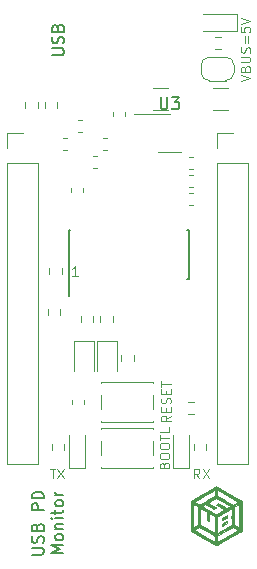
<source format=gbr>
G04 #@! TF.GenerationSoftware,KiCad,Pcbnew,5.1.10-1.fc33*
G04 #@! TF.CreationDate,2021-06-16T23:56:17+02:00*
G04 #@! TF.ProjectId,CH552-USB-Devboard-PCBA,43483535-322d-4555-9342-2d446576626f,rev?*
G04 #@! TF.SameCoordinates,Original*
G04 #@! TF.FileFunction,Legend,Top*
G04 #@! TF.FilePolarity,Positive*
%FSLAX46Y46*%
G04 Gerber Fmt 4.6, Leading zero omitted, Abs format (unit mm)*
G04 Created by KiCad (PCBNEW 5.1.10-1.fc33) date 2021-06-16 23:56:17*
%MOMM*%
%LPD*%
G01*
G04 APERTURE LIST*
%ADD10C,0.100000*%
%ADD11C,0.150000*%
%ADD12C,0.120000*%
%ADD13C,0.010000*%
G04 APERTURE END LIST*
D10*
X80873571Y-84435904D02*
X80416428Y-84435904D01*
X80645000Y-84435904D02*
X80645000Y-83635904D01*
X80568809Y-83750190D01*
X80492619Y-83826380D01*
X80416428Y-83864476D01*
D11*
X76986380Y-108052857D02*
X77795904Y-108052857D01*
X77891142Y-108005238D01*
X77938761Y-107957619D01*
X77986380Y-107862380D01*
X77986380Y-107671904D01*
X77938761Y-107576666D01*
X77891142Y-107529047D01*
X77795904Y-107481428D01*
X76986380Y-107481428D01*
X77938761Y-107052857D02*
X77986380Y-106910000D01*
X77986380Y-106671904D01*
X77938761Y-106576666D01*
X77891142Y-106529047D01*
X77795904Y-106481428D01*
X77700666Y-106481428D01*
X77605428Y-106529047D01*
X77557809Y-106576666D01*
X77510190Y-106671904D01*
X77462571Y-106862380D01*
X77414952Y-106957619D01*
X77367333Y-107005238D01*
X77272095Y-107052857D01*
X77176857Y-107052857D01*
X77081619Y-107005238D01*
X77034000Y-106957619D01*
X76986380Y-106862380D01*
X76986380Y-106624285D01*
X77034000Y-106481428D01*
X77462571Y-105719523D02*
X77510190Y-105576666D01*
X77557809Y-105529047D01*
X77653047Y-105481428D01*
X77795904Y-105481428D01*
X77891142Y-105529047D01*
X77938761Y-105576666D01*
X77986380Y-105671904D01*
X77986380Y-106052857D01*
X76986380Y-106052857D01*
X76986380Y-105719523D01*
X77034000Y-105624285D01*
X77081619Y-105576666D01*
X77176857Y-105529047D01*
X77272095Y-105529047D01*
X77367333Y-105576666D01*
X77414952Y-105624285D01*
X77462571Y-105719523D01*
X77462571Y-106052857D01*
X77986380Y-104290952D02*
X76986380Y-104290952D01*
X76986380Y-103910000D01*
X77034000Y-103814761D01*
X77081619Y-103767142D01*
X77176857Y-103719523D01*
X77319714Y-103719523D01*
X77414952Y-103767142D01*
X77462571Y-103814761D01*
X77510190Y-103910000D01*
X77510190Y-104290952D01*
X77986380Y-103290952D02*
X76986380Y-103290952D01*
X76986380Y-103052857D01*
X77034000Y-102910000D01*
X77129238Y-102814761D01*
X77224476Y-102767142D01*
X77414952Y-102719523D01*
X77557809Y-102719523D01*
X77748285Y-102767142D01*
X77843523Y-102814761D01*
X77938761Y-102910000D01*
X77986380Y-103052857D01*
X77986380Y-103290952D01*
X79636380Y-107933809D02*
X78636380Y-107933809D01*
X79350666Y-107600476D01*
X78636380Y-107267142D01*
X79636380Y-107267142D01*
X79636380Y-106648095D02*
X79588761Y-106743333D01*
X79541142Y-106790952D01*
X79445904Y-106838571D01*
X79160190Y-106838571D01*
X79064952Y-106790952D01*
X79017333Y-106743333D01*
X78969714Y-106648095D01*
X78969714Y-106505238D01*
X79017333Y-106410000D01*
X79064952Y-106362380D01*
X79160190Y-106314761D01*
X79445904Y-106314761D01*
X79541142Y-106362380D01*
X79588761Y-106410000D01*
X79636380Y-106505238D01*
X79636380Y-106648095D01*
X78969714Y-105886190D02*
X79636380Y-105886190D01*
X79064952Y-105886190D02*
X79017333Y-105838571D01*
X78969714Y-105743333D01*
X78969714Y-105600476D01*
X79017333Y-105505238D01*
X79112571Y-105457619D01*
X79636380Y-105457619D01*
X79636380Y-104981428D02*
X78969714Y-104981428D01*
X78636380Y-104981428D02*
X78684000Y-105029047D01*
X78731619Y-104981428D01*
X78684000Y-104933809D01*
X78636380Y-104981428D01*
X78731619Y-104981428D01*
X78969714Y-104648095D02*
X78969714Y-104267142D01*
X78636380Y-104505238D02*
X79493523Y-104505238D01*
X79588761Y-104457619D01*
X79636380Y-104362380D01*
X79636380Y-104267142D01*
X79636380Y-103790952D02*
X79588761Y-103886190D01*
X79541142Y-103933809D01*
X79445904Y-103981428D01*
X79160190Y-103981428D01*
X79064952Y-103933809D01*
X79017333Y-103886190D01*
X78969714Y-103790952D01*
X78969714Y-103648095D01*
X79017333Y-103552857D01*
X79064952Y-103505238D01*
X79160190Y-103457619D01*
X79445904Y-103457619D01*
X79541142Y-103505238D01*
X79588761Y-103552857D01*
X79636380Y-103648095D01*
X79636380Y-103790952D01*
X79636380Y-103029047D02*
X78969714Y-103029047D01*
X79160190Y-103029047D02*
X79064952Y-102981428D01*
X79017333Y-102933809D01*
X78969714Y-102838571D01*
X78969714Y-102743333D01*
X78700380Y-65777904D02*
X79509904Y-65777904D01*
X79605142Y-65730285D01*
X79652761Y-65682666D01*
X79700380Y-65587428D01*
X79700380Y-65396952D01*
X79652761Y-65301714D01*
X79605142Y-65254095D01*
X79509904Y-65206476D01*
X78700380Y-65206476D01*
X79652761Y-64777904D02*
X79700380Y-64635047D01*
X79700380Y-64396952D01*
X79652761Y-64301714D01*
X79605142Y-64254095D01*
X79509904Y-64206476D01*
X79414666Y-64206476D01*
X79319428Y-64254095D01*
X79271809Y-64301714D01*
X79224190Y-64396952D01*
X79176571Y-64587428D01*
X79128952Y-64682666D01*
X79081333Y-64730285D01*
X78986095Y-64777904D01*
X78890857Y-64777904D01*
X78795619Y-64730285D01*
X78748000Y-64682666D01*
X78700380Y-64587428D01*
X78700380Y-64349333D01*
X78748000Y-64206476D01*
X79176571Y-63444571D02*
X79224190Y-63301714D01*
X79271809Y-63254095D01*
X79367047Y-63206476D01*
X79509904Y-63206476D01*
X79605142Y-63254095D01*
X79652761Y-63301714D01*
X79700380Y-63396952D01*
X79700380Y-63777904D01*
X78700380Y-63777904D01*
X78700380Y-63444571D01*
X78748000Y-63349333D01*
X78795619Y-63301714D01*
X78890857Y-63254095D01*
X78986095Y-63254095D01*
X79081333Y-63301714D01*
X79128952Y-63349333D01*
X79176571Y-63444571D01*
X79176571Y-63777904D01*
D12*
X94684904Y-67963714D02*
X95484904Y-67697047D01*
X94684904Y-67430380D01*
X95065857Y-66897047D02*
X95103952Y-66782761D01*
X95142047Y-66744666D01*
X95218238Y-66706571D01*
X95332523Y-66706571D01*
X95408714Y-66744666D01*
X95446809Y-66782761D01*
X95484904Y-66858952D01*
X95484904Y-67163714D01*
X94684904Y-67163714D01*
X94684904Y-66897047D01*
X94723000Y-66820857D01*
X94761095Y-66782761D01*
X94837285Y-66744666D01*
X94913476Y-66744666D01*
X94989666Y-66782761D01*
X95027761Y-66820857D01*
X95065857Y-66897047D01*
X95065857Y-67163714D01*
X94684904Y-66363714D02*
X95332523Y-66363714D01*
X95408714Y-66325619D01*
X95446809Y-66287523D01*
X95484904Y-66211333D01*
X95484904Y-66058952D01*
X95446809Y-65982761D01*
X95408714Y-65944666D01*
X95332523Y-65906571D01*
X94684904Y-65906571D01*
X95446809Y-65563714D02*
X95484904Y-65449428D01*
X95484904Y-65258952D01*
X95446809Y-65182761D01*
X95408714Y-65144666D01*
X95332523Y-65106571D01*
X95256333Y-65106571D01*
X95180142Y-65144666D01*
X95142047Y-65182761D01*
X95103952Y-65258952D01*
X95065857Y-65411333D01*
X95027761Y-65487523D01*
X94989666Y-65525619D01*
X94913476Y-65563714D01*
X94837285Y-65563714D01*
X94761095Y-65525619D01*
X94723000Y-65487523D01*
X94684904Y-65411333D01*
X94684904Y-65220857D01*
X94723000Y-65106571D01*
X95065857Y-64763714D02*
X95065857Y-64154190D01*
X95294428Y-64154190D02*
X95294428Y-64763714D01*
X94684904Y-63392285D02*
X94684904Y-63773238D01*
X95065857Y-63811333D01*
X95027761Y-63773238D01*
X94989666Y-63697047D01*
X94989666Y-63506571D01*
X95027761Y-63430380D01*
X95065857Y-63392285D01*
X95142047Y-63354190D01*
X95332523Y-63354190D01*
X95408714Y-63392285D01*
X95446809Y-63430380D01*
X95484904Y-63506571D01*
X95484904Y-63697047D01*
X95446809Y-63773238D01*
X95408714Y-63811333D01*
X94684904Y-63125619D02*
X95484904Y-62858952D01*
X94684904Y-62592285D01*
X88753904Y-96284904D02*
X88372952Y-96551571D01*
X88753904Y-96742047D02*
X87953904Y-96742047D01*
X87953904Y-96437285D01*
X87992000Y-96361095D01*
X88030095Y-96323000D01*
X88106285Y-96284904D01*
X88220571Y-96284904D01*
X88296761Y-96323000D01*
X88334857Y-96361095D01*
X88372952Y-96437285D01*
X88372952Y-96742047D01*
X88334857Y-95942047D02*
X88334857Y-95675380D01*
X88753904Y-95561095D02*
X88753904Y-95942047D01*
X87953904Y-95942047D01*
X87953904Y-95561095D01*
X88715809Y-95256333D02*
X88753904Y-95142047D01*
X88753904Y-94951571D01*
X88715809Y-94875380D01*
X88677714Y-94837285D01*
X88601523Y-94799190D01*
X88525333Y-94799190D01*
X88449142Y-94837285D01*
X88411047Y-94875380D01*
X88372952Y-94951571D01*
X88334857Y-95103952D01*
X88296761Y-95180142D01*
X88258666Y-95218238D01*
X88182476Y-95256333D01*
X88106285Y-95256333D01*
X88030095Y-95218238D01*
X87992000Y-95180142D01*
X87953904Y-95103952D01*
X87953904Y-94913476D01*
X87992000Y-94799190D01*
X88334857Y-94456333D02*
X88334857Y-94189666D01*
X88753904Y-94075380D02*
X88753904Y-94456333D01*
X87953904Y-94456333D01*
X87953904Y-94075380D01*
X87953904Y-93846809D02*
X87953904Y-93389666D01*
X88753904Y-93618238D02*
X87953904Y-93618238D01*
X88207857Y-100469523D02*
X88245952Y-100355238D01*
X88284047Y-100317142D01*
X88360238Y-100279047D01*
X88474523Y-100279047D01*
X88550714Y-100317142D01*
X88588809Y-100355238D01*
X88626904Y-100431428D01*
X88626904Y-100736190D01*
X87826904Y-100736190D01*
X87826904Y-100469523D01*
X87865000Y-100393333D01*
X87903095Y-100355238D01*
X87979285Y-100317142D01*
X88055476Y-100317142D01*
X88131666Y-100355238D01*
X88169761Y-100393333D01*
X88207857Y-100469523D01*
X88207857Y-100736190D01*
X87826904Y-99783809D02*
X87826904Y-99631428D01*
X87865000Y-99555238D01*
X87941190Y-99479047D01*
X88093571Y-99440952D01*
X88360238Y-99440952D01*
X88512619Y-99479047D01*
X88588809Y-99555238D01*
X88626904Y-99631428D01*
X88626904Y-99783809D01*
X88588809Y-99860000D01*
X88512619Y-99936190D01*
X88360238Y-99974285D01*
X88093571Y-99974285D01*
X87941190Y-99936190D01*
X87865000Y-99860000D01*
X87826904Y-99783809D01*
X87826904Y-98945714D02*
X87826904Y-98793333D01*
X87865000Y-98717142D01*
X87941190Y-98640952D01*
X88093571Y-98602857D01*
X88360238Y-98602857D01*
X88512619Y-98640952D01*
X88588809Y-98717142D01*
X88626904Y-98793333D01*
X88626904Y-98945714D01*
X88588809Y-99021904D01*
X88512619Y-99098095D01*
X88360238Y-99136190D01*
X88093571Y-99136190D01*
X87941190Y-99098095D01*
X87865000Y-99021904D01*
X87826904Y-98945714D01*
X87826904Y-98374285D02*
X87826904Y-97917142D01*
X88626904Y-98145714D02*
X87826904Y-98145714D01*
X88626904Y-97269523D02*
X88626904Y-97650476D01*
X87826904Y-97650476D01*
X91179666Y-101580904D02*
X90913000Y-101199952D01*
X90722523Y-101580904D02*
X90722523Y-100780904D01*
X91027285Y-100780904D01*
X91103476Y-100819000D01*
X91141571Y-100857095D01*
X91179666Y-100933285D01*
X91179666Y-101047571D01*
X91141571Y-101123761D01*
X91103476Y-101161857D01*
X91027285Y-101199952D01*
X90722523Y-101199952D01*
X91446333Y-100780904D02*
X91979666Y-101580904D01*
X91979666Y-100780904D02*
X91446333Y-101580904D01*
X78511476Y-100780904D02*
X78968619Y-100780904D01*
X78740047Y-101580904D02*
X78740047Y-100780904D01*
X79159095Y-100780904D02*
X79692428Y-101580904D01*
X79692428Y-100780904D02*
X79159095Y-101580904D01*
X79135500Y-70231724D02*
X79135500Y-69722276D01*
X78090500Y-70231724D02*
X78090500Y-69722276D01*
X88646000Y-70770000D02*
X85646000Y-70770000D01*
X89646000Y-74010000D02*
X87646000Y-74010000D01*
X90252733Y-74420000D02*
X90595267Y-74420000D01*
X90252733Y-75440000D02*
X90595267Y-75440000D01*
X90595267Y-76964000D02*
X90252733Y-76964000D01*
X90595267Y-75944000D02*
X90252733Y-75944000D01*
X91310000Y-67229000D02*
X91310000Y-66629000D01*
X93410000Y-67929000D02*
X92010000Y-67929000D01*
X94110000Y-66629000D02*
X94110000Y-67229000D01*
X92010000Y-65929000D02*
X93410000Y-65929000D01*
X91310000Y-66629000D02*
G75*
G02*
X92010000Y-65929000I700000J0D01*
G01*
X92010000Y-67929000D02*
G75*
G02*
X91310000Y-67229000I0J700000D01*
G01*
X94110000Y-67229000D02*
G75*
G02*
X93410000Y-67929000I-700000J0D01*
G01*
X93410000Y-65929000D02*
G75*
G02*
X94110000Y-66629000I0J-700000D01*
G01*
X84162000Y-89940000D02*
X82462000Y-89940000D01*
X82462000Y-89940000D02*
X82462000Y-92490000D01*
X84162000Y-89940000D02*
X84162000Y-92490000D01*
X82257000Y-89940000D02*
X80557000Y-89940000D01*
X80557000Y-89940000D02*
X80557000Y-92490000D01*
X82257000Y-89940000D02*
X82257000Y-92490000D01*
X83013733Y-72769000D02*
X83356267Y-72769000D01*
X83013733Y-73789000D02*
X83356267Y-73789000D01*
X83818000Y-70910267D02*
X83818000Y-70567733D01*
X84838000Y-70910267D02*
X84838000Y-70567733D01*
X90252733Y-77468000D02*
X90595267Y-77468000D01*
X90252733Y-78488000D02*
X90595267Y-78488000D01*
X88486064Y-70379000D02*
X87281936Y-70379000D01*
X88486064Y-68559000D02*
X87281936Y-68559000D01*
X93566064Y-70379000D02*
X92361936Y-70379000D01*
X93566064Y-68559000D02*
X92361936Y-68559000D01*
D13*
G36*
X93492171Y-104746625D02*
G01*
X93492497Y-104756134D01*
X93492773Y-104770858D01*
X93492985Y-104789877D01*
X93493121Y-104812269D01*
X93493167Y-104836145D01*
X93493167Y-104929039D01*
X93298257Y-105041433D01*
X93264084Y-105061145D01*
X93231570Y-105079914D01*
X93201256Y-105097426D01*
X93173683Y-105113369D01*
X93149391Y-105127428D01*
X93128921Y-105139292D01*
X93112815Y-105148646D01*
X93101613Y-105155178D01*
X93095857Y-105158575D01*
X93095352Y-105158885D01*
X93087356Y-105163944D01*
X93089236Y-104975022D01*
X93289843Y-104859136D01*
X93324274Y-104839258D01*
X93356877Y-104820458D01*
X93387145Y-104803026D01*
X93414568Y-104787256D01*
X93438638Y-104773439D01*
X93458845Y-104761867D01*
X93474681Y-104752833D01*
X93485636Y-104746628D01*
X93491202Y-104743544D01*
X93491809Y-104743250D01*
X93492171Y-104746625D01*
G37*
X93492171Y-104746625D02*
X93492497Y-104756134D01*
X93492773Y-104770858D01*
X93492985Y-104789877D01*
X93493121Y-104812269D01*
X93493167Y-104836145D01*
X93493167Y-104929039D01*
X93298257Y-105041433D01*
X93264084Y-105061145D01*
X93231570Y-105079914D01*
X93201256Y-105097426D01*
X93173683Y-105113369D01*
X93149391Y-105127428D01*
X93128921Y-105139292D01*
X93112815Y-105148646D01*
X93101613Y-105155178D01*
X93095857Y-105158575D01*
X93095352Y-105158885D01*
X93087356Y-105163944D01*
X93089236Y-104975022D01*
X93289843Y-104859136D01*
X93324274Y-104839258D01*
X93356877Y-104820458D01*
X93387145Y-104803026D01*
X93414568Y-104787256D01*
X93438638Y-104773439D01*
X93458845Y-104761867D01*
X93474681Y-104752833D01*
X93485636Y-104746628D01*
X93491202Y-104743544D01*
X93491809Y-104743250D01*
X93492171Y-104746625D01*
G36*
X93492343Y-105306058D02*
G01*
X93491403Y-105400559D01*
X93290940Y-105516404D01*
X93256520Y-105536283D01*
X93223923Y-105555083D01*
X93193658Y-105572514D01*
X93166235Y-105588282D01*
X93142164Y-105602096D01*
X93121953Y-105613663D01*
X93106113Y-105622691D01*
X93095153Y-105628888D01*
X93089582Y-105631961D01*
X93088975Y-105632250D01*
X93088574Y-105628876D01*
X93088214Y-105619367D01*
X93087908Y-105604645D01*
X93087673Y-105585629D01*
X93087523Y-105563243D01*
X93087473Y-105539467D01*
X93087473Y-105446683D01*
X93282382Y-105334204D01*
X93316552Y-105314478D01*
X93349063Y-105295695D01*
X93379375Y-105278169D01*
X93406947Y-105262214D01*
X93431239Y-105248141D01*
X93451708Y-105236266D01*
X93467816Y-105226900D01*
X93479020Y-105220358D01*
X93484781Y-105216953D01*
X93485288Y-105216641D01*
X93493284Y-105211557D01*
X93492343Y-105306058D01*
G37*
X93492343Y-105306058D02*
X93491403Y-105400559D01*
X93290940Y-105516404D01*
X93256520Y-105536283D01*
X93223923Y-105555083D01*
X93193658Y-105572514D01*
X93166235Y-105588282D01*
X93142164Y-105602096D01*
X93121953Y-105613663D01*
X93106113Y-105622691D01*
X93095153Y-105628888D01*
X93089582Y-105631961D01*
X93088975Y-105632250D01*
X93088574Y-105628876D01*
X93088214Y-105619367D01*
X93087908Y-105604645D01*
X93087673Y-105585629D01*
X93087523Y-105563243D01*
X93087473Y-105539467D01*
X93087473Y-105446683D01*
X93282382Y-105334204D01*
X93316552Y-105314478D01*
X93349063Y-105295695D01*
X93379375Y-105278169D01*
X93406947Y-105262214D01*
X93431239Y-105248141D01*
X93451708Y-105236266D01*
X93467816Y-105226900D01*
X93479020Y-105220358D01*
X93484781Y-105216953D01*
X93485288Y-105216641D01*
X93493284Y-105211557D01*
X93492343Y-105306058D01*
G36*
X92588549Y-102281424D02*
G01*
X92597765Y-102286529D01*
X92612510Y-102294834D01*
X92632497Y-102306174D01*
X92657436Y-102320383D01*
X92687039Y-102337296D01*
X92721017Y-102356746D01*
X92759080Y-102378568D01*
X92800941Y-102402596D01*
X92846310Y-102428664D01*
X92894898Y-102456607D01*
X92946417Y-102486259D01*
X93000577Y-102517453D01*
X93057091Y-102550025D01*
X93115668Y-102583809D01*
X93176020Y-102618638D01*
X93211338Y-102639029D01*
X93319705Y-102701610D01*
X93422179Y-102760786D01*
X93518974Y-102816683D01*
X93610306Y-102869425D01*
X93696391Y-102919136D01*
X93777445Y-102965942D01*
X93853682Y-103009966D01*
X93925318Y-103051333D01*
X93992570Y-103090167D01*
X94055653Y-103126594D01*
X94114783Y-103160737D01*
X94170174Y-103192722D01*
X94222044Y-103222672D01*
X94270606Y-103250712D01*
X94316078Y-103276967D01*
X94358675Y-103301561D01*
X94398611Y-103324619D01*
X94436104Y-103346265D01*
X94471369Y-103366624D01*
X94504620Y-103385820D01*
X94536075Y-103403977D01*
X94565948Y-103421221D01*
X94571785Y-103424591D01*
X94749056Y-103526916D01*
X94749056Y-106026612D01*
X94571785Y-106128937D01*
X94539217Y-106147736D01*
X94501497Y-106169512D01*
X94459581Y-106193710D01*
X94414425Y-106219779D01*
X94366989Y-106247166D01*
X94318227Y-106275319D01*
X94269098Y-106303684D01*
X94220559Y-106331710D01*
X94173566Y-106358843D01*
X94135223Y-106380984D01*
X94014397Y-106450752D01*
X93899552Y-106517065D01*
X93790562Y-106579997D01*
X93687296Y-106639623D01*
X93589628Y-106696016D01*
X93497429Y-106749250D01*
X93410571Y-106799399D01*
X93328926Y-106846538D01*
X93252366Y-106890739D01*
X93180762Y-106932077D01*
X93113987Y-106970627D01*
X93051911Y-107006461D01*
X92994409Y-107039654D01*
X92941350Y-107070279D01*
X92892607Y-107098412D01*
X92848052Y-107124125D01*
X92807556Y-107147493D01*
X92770992Y-107168590D01*
X92738232Y-107187489D01*
X92709146Y-107204264D01*
X92683608Y-107218990D01*
X92661489Y-107231741D01*
X92642660Y-107242590D01*
X92626994Y-107251611D01*
X92614363Y-107258879D01*
X92604638Y-107264467D01*
X92597692Y-107268449D01*
X92593395Y-107270899D01*
X92591644Y-107271879D01*
X92590411Y-107271889D01*
X92587937Y-107271138D01*
X92584043Y-107269525D01*
X92578549Y-107266946D01*
X92571272Y-107263299D01*
X92562033Y-107258480D01*
X92550650Y-107252386D01*
X92536944Y-107244916D01*
X92520734Y-107235964D01*
X92501839Y-107225429D01*
X92480078Y-107213208D01*
X92455271Y-107199197D01*
X92427237Y-107183294D01*
X92395795Y-107165396D01*
X92360766Y-107145399D01*
X92321967Y-107123201D01*
X92279219Y-107098699D01*
X92232341Y-107071790D01*
X92181153Y-107042370D01*
X92125473Y-107010338D01*
X92104224Y-106998103D01*
X92678205Y-106998103D01*
X92689693Y-106991071D01*
X92693673Y-106988740D01*
X92703518Y-106983025D01*
X92718981Y-106974067D01*
X92739818Y-106962008D01*
X92765781Y-106946991D01*
X92796625Y-106929157D01*
X92832104Y-106908649D01*
X92871972Y-106885610D01*
X92915983Y-106860180D01*
X92963891Y-106832502D01*
X93015449Y-106802719D01*
X93070413Y-106770972D01*
X93128535Y-106737403D01*
X93189571Y-106702155D01*
X93253273Y-106665369D01*
X93319397Y-106627189D01*
X93387695Y-106587755D01*
X93457923Y-106547210D01*
X93529833Y-106505696D01*
X93576070Y-106479005D01*
X93648805Y-106437015D01*
X93719956Y-106395932D01*
X93789280Y-106355898D01*
X93856533Y-106317052D01*
X93921474Y-106279536D01*
X93983860Y-106243488D01*
X94043447Y-106209051D01*
X94099994Y-106176363D01*
X94153257Y-106145566D01*
X94202995Y-106116799D01*
X94248964Y-106090204D01*
X94290922Y-106065920D01*
X94328626Y-106044088D01*
X94361833Y-106024848D01*
X94390301Y-106008341D01*
X94413787Y-105994706D01*
X94432049Y-105984085D01*
X94444844Y-105976617D01*
X94451929Y-105972444D01*
X94453358Y-105971563D01*
X94450732Y-105969526D01*
X94442563Y-105964318D01*
X94429430Y-105956277D01*
X94411915Y-105945740D01*
X94390595Y-105933042D01*
X94366051Y-105918522D01*
X94338861Y-105902515D01*
X94309606Y-105885359D01*
X94278865Y-105867391D01*
X94247217Y-105848947D01*
X94215242Y-105830364D01*
X94183519Y-105811980D01*
X94152628Y-105794131D01*
X94123148Y-105777154D01*
X94095659Y-105761385D01*
X94070741Y-105747163D01*
X94048972Y-105734822D01*
X94030932Y-105724702D01*
X94017202Y-105717137D01*
X94008359Y-105712466D01*
X94005196Y-105711039D01*
X94001606Y-105712633D01*
X93992171Y-105717616D01*
X93977155Y-105725838D01*
X93956819Y-105737152D01*
X93931423Y-105751406D01*
X93901228Y-105768454D01*
X93866498Y-105788146D01*
X93827491Y-105810332D01*
X93784471Y-105834864D01*
X93737698Y-105861593D01*
X93687433Y-105890369D01*
X93633938Y-105921045D01*
X93577474Y-105953471D01*
X93518303Y-105987497D01*
X93456686Y-106022975D01*
X93392883Y-106059757D01*
X93339709Y-106090444D01*
X92680014Y-106471341D01*
X92679110Y-106734722D01*
X92678205Y-106998103D01*
X92104224Y-106998103D01*
X92065121Y-106975589D01*
X91999917Y-106938021D01*
X91929679Y-106897531D01*
X91854228Y-106854016D01*
X91773382Y-106807373D01*
X91686961Y-106757499D01*
X91594784Y-106704291D01*
X91502443Y-106650978D01*
X90420473Y-106026270D01*
X90420473Y-105970917D01*
X90715642Y-105970917D01*
X90718788Y-105972804D01*
X90727805Y-105978079D01*
X90742451Y-105986602D01*
X90762486Y-105998235D01*
X90787668Y-106012837D01*
X90817757Y-106030270D01*
X90852513Y-106050394D01*
X90891694Y-106073071D01*
X90935060Y-106098160D01*
X90982369Y-106125523D01*
X91033382Y-106155020D01*
X91087857Y-106186513D01*
X91145554Y-106219861D01*
X91206231Y-106254927D01*
X91269649Y-106291569D01*
X91335566Y-106329650D01*
X91403741Y-106369030D01*
X91473935Y-106409570D01*
X91545905Y-106451130D01*
X91603366Y-106484307D01*
X92489514Y-106995933D01*
X92490419Y-106734978D01*
X92490530Y-106692686D01*
X92490567Y-106652451D01*
X92490534Y-106614830D01*
X92490435Y-106580378D01*
X92490272Y-106549653D01*
X92490051Y-106523211D01*
X92489774Y-106501609D01*
X92489445Y-106485402D01*
X92489068Y-106475148D01*
X92488655Y-106471410D01*
X92485226Y-106469264D01*
X92476037Y-106463807D01*
X92461427Y-106455236D01*
X92441738Y-106443746D01*
X92417309Y-106429536D01*
X92388481Y-106412799D01*
X92355596Y-106393734D01*
X92318992Y-106372536D01*
X92279012Y-106349401D01*
X92235995Y-106324526D01*
X92190282Y-106298106D01*
X92142214Y-106270339D01*
X92092131Y-106241420D01*
X92040373Y-106211547D01*
X91987282Y-106180914D01*
X91933198Y-106149718D01*
X91878460Y-106118156D01*
X91823411Y-106086424D01*
X91768389Y-106054718D01*
X91713737Y-106023234D01*
X91659794Y-105992169D01*
X91606901Y-105961719D01*
X91555399Y-105932080D01*
X91505628Y-105903449D01*
X91457928Y-105876021D01*
X91412641Y-105849994D01*
X91370106Y-105825562D01*
X91330664Y-105802924D01*
X91294656Y-105782274D01*
X91262423Y-105763809D01*
X91234304Y-105747725D01*
X91210641Y-105734220D01*
X91191774Y-105723488D01*
X91178043Y-105715726D01*
X91169789Y-105711131D01*
X91167332Y-105709861D01*
X91163638Y-105711569D01*
X91154494Y-105716468D01*
X91140481Y-105724225D01*
X91122177Y-105734505D01*
X91100162Y-105746972D01*
X91075014Y-105761293D01*
X91047312Y-105777132D01*
X91017636Y-105794155D01*
X90986565Y-105812027D01*
X90954677Y-105830414D01*
X90922552Y-105848981D01*
X90890768Y-105867394D01*
X90859906Y-105885316D01*
X90830543Y-105902415D01*
X90803260Y-105918355D01*
X90778634Y-105932802D01*
X90757246Y-105945420D01*
X90739674Y-105955876D01*
X90726497Y-105963834D01*
X90718294Y-105968960D01*
X90715642Y-105970917D01*
X90420473Y-105970917D01*
X90420473Y-104776848D01*
X90607445Y-104776848D01*
X90607454Y-104861548D01*
X90607480Y-104944394D01*
X90607523Y-105025112D01*
X90607582Y-105103424D01*
X90607657Y-105179054D01*
X90607746Y-105251727D01*
X90607849Y-105321166D01*
X90607965Y-105387095D01*
X90608093Y-105449239D01*
X90608233Y-105507320D01*
X90608385Y-105561064D01*
X90608546Y-105610194D01*
X90608717Y-105654434D01*
X90608897Y-105693507D01*
X90609086Y-105727139D01*
X90609281Y-105755052D01*
X90609484Y-105776970D01*
X90609693Y-105792618D01*
X90609906Y-105801720D01*
X90610091Y-105804103D01*
X90613502Y-105802153D01*
X90622544Y-105796954D01*
X90636737Y-105788784D01*
X90655600Y-105777919D01*
X90678652Y-105764637D01*
X90705414Y-105749214D01*
X90735404Y-105731928D01*
X90768143Y-105713054D01*
X90803148Y-105692871D01*
X90839941Y-105671655D01*
X90841160Y-105670952D01*
X91069584Y-105539225D01*
X91069584Y-104415512D01*
X91257074Y-104415512D01*
X91257077Y-104466154D01*
X91257103Y-104522348D01*
X91257151Y-104584381D01*
X91257218Y-104652538D01*
X91257302Y-104727106D01*
X91257402Y-104808371D01*
X91257429Y-104830093D01*
X91258320Y-105535124D01*
X91873917Y-105890596D01*
X92489514Y-106246069D01*
X92490147Y-105745051D01*
X92678995Y-105745051D01*
X92679011Y-105808453D01*
X92679056Y-105868911D01*
X92679128Y-105926092D01*
X92679226Y-105979667D01*
X92679349Y-106029305D01*
X92679496Y-106074673D01*
X92679666Y-106115442D01*
X92679859Y-106151280D01*
X92680073Y-106181857D01*
X92680307Y-106206841D01*
X92680560Y-106225902D01*
X92680831Y-106238708D01*
X92681119Y-106244929D01*
X92681245Y-106245498D01*
X92684554Y-106243644D01*
X92693682Y-106238429D01*
X92708339Y-106230020D01*
X92728234Y-106218585D01*
X92753078Y-106204291D01*
X92782578Y-106187307D01*
X92816446Y-106167798D01*
X92854390Y-106145934D01*
X92896119Y-106121880D01*
X92941344Y-106095805D01*
X92989774Y-106067877D01*
X93041118Y-106038261D01*
X93095086Y-106007127D01*
X93151387Y-105974641D01*
X93209730Y-105940971D01*
X93269826Y-105906285D01*
X93297733Y-105890175D01*
X93358564Y-105855052D01*
X93417787Y-105820842D01*
X93475111Y-105787715D01*
X93530243Y-105755839D01*
X93582894Y-105725385D01*
X93632770Y-105696520D01*
X93679581Y-105669414D01*
X93723035Y-105644236D01*
X93762840Y-105621155D01*
X93798706Y-105600340D01*
X93830339Y-105581959D01*
X93857449Y-105566183D01*
X93879745Y-105553179D01*
X93896934Y-105543118D01*
X93897073Y-105543036D01*
X94106984Y-105543036D01*
X94330124Y-105672017D01*
X94553264Y-105800997D01*
X94554158Y-105290047D01*
X94554268Y-105218547D01*
X94554358Y-105141128D01*
X94554429Y-105058927D01*
X94554481Y-104973080D01*
X94554513Y-104884726D01*
X94554526Y-104794999D01*
X94554520Y-104705038D01*
X94554495Y-104615978D01*
X94554450Y-104528957D01*
X94554386Y-104445111D01*
X94554303Y-104365578D01*
X94554201Y-104291493D01*
X94554158Y-104265790D01*
X94553264Y-103752481D01*
X94331014Y-103880806D01*
X94108764Y-104009132D01*
X94106984Y-105543036D01*
X93897073Y-105543036D01*
X93908725Y-105536167D01*
X93914827Y-105532496D01*
X93915638Y-105531960D01*
X93916445Y-105529875D01*
X93917144Y-105524953D01*
X93917741Y-105516818D01*
X93918239Y-105505091D01*
X93918643Y-105489397D01*
X93918957Y-105469359D01*
X93919185Y-105444599D01*
X93919333Y-105414741D01*
X93919404Y-105379409D01*
X93919402Y-105338224D01*
X93919332Y-105290811D01*
X93919199Y-105236793D01*
X93919166Y-105225518D01*
X93918264Y-104923146D01*
X93882986Y-104943603D01*
X93866367Y-104953221D01*
X93849603Y-104962893D01*
X93835013Y-104971280D01*
X93827424Y-104975622D01*
X93807139Y-104987185D01*
X93807139Y-104800227D01*
X93863584Y-104767508D01*
X93920028Y-104734788D01*
X93920028Y-104426602D01*
X93919999Y-104380688D01*
X93919913Y-104336877D01*
X93919775Y-104295671D01*
X93919590Y-104257572D01*
X93919362Y-104223082D01*
X93919095Y-104192703D01*
X93918793Y-104166937D01*
X93918461Y-104146287D01*
X93918104Y-104131253D01*
X93917725Y-104122338D01*
X93917382Y-104119949D01*
X93914093Y-104121848D01*
X93905006Y-104127094D01*
X93890436Y-104135504D01*
X93870695Y-104146899D01*
X93846097Y-104161097D01*
X93816956Y-104177918D01*
X93783584Y-104197180D01*
X93746296Y-104218703D01*
X93705405Y-104242305D01*
X93661223Y-104267806D01*
X93614066Y-104295026D01*
X93564245Y-104323782D01*
X93512074Y-104353895D01*
X93457868Y-104385182D01*
X93401939Y-104417464D01*
X93387334Y-104425894D01*
X93329444Y-104459308D01*
X93272268Y-104492310D01*
X93216193Y-104524678D01*
X93161605Y-104556189D01*
X93108889Y-104586619D01*
X93058433Y-104615746D01*
X93010622Y-104643347D01*
X92965842Y-104669198D01*
X92924480Y-104693078D01*
X92886922Y-104714762D01*
X92853554Y-104734028D01*
X92824763Y-104750653D01*
X92800934Y-104764414D01*
X92782454Y-104775088D01*
X92769973Y-104782299D01*
X92680014Y-104834292D01*
X92679124Y-105540485D01*
X92679050Y-105610736D01*
X92679007Y-105679035D01*
X92678995Y-105745051D01*
X92490147Y-105745051D01*
X92490405Y-105541588D01*
X92490480Y-105471590D01*
X92490528Y-105403472D01*
X92490549Y-105337567D01*
X92490543Y-105274214D01*
X92490513Y-105213746D01*
X92490458Y-105156500D01*
X92490379Y-105102813D01*
X92490278Y-105053020D01*
X92490154Y-105007456D01*
X92490010Y-104966458D01*
X92489846Y-104930362D01*
X92489662Y-104899503D01*
X92489460Y-104874218D01*
X92489240Y-104854842D01*
X92489003Y-104841711D01*
X92488750Y-104835161D01*
X92488641Y-104834456D01*
X92485294Y-104832364D01*
X92476397Y-104827082D01*
X92462495Y-104818923D01*
X92444132Y-104808201D01*
X92421853Y-104795231D01*
X92396200Y-104780328D01*
X92367720Y-104763805D01*
X92336955Y-104745977D01*
X92304450Y-104727158D01*
X92270748Y-104707663D01*
X92236395Y-104687806D01*
X92201935Y-104667902D01*
X92167911Y-104648265D01*
X92134867Y-104629209D01*
X92103349Y-104611048D01*
X92073899Y-104594098D01*
X92047063Y-104578672D01*
X92023383Y-104565084D01*
X92003406Y-104553650D01*
X91987674Y-104544683D01*
X91976732Y-104538498D01*
X91971123Y-104535410D01*
X91970491Y-104535111D01*
X91970306Y-104538560D01*
X91970128Y-104548591D01*
X91969960Y-104564731D01*
X91969803Y-104586505D01*
X91969660Y-104613441D01*
X91969531Y-104645066D01*
X91969419Y-104680905D01*
X91969325Y-104720485D01*
X91969251Y-104763333D01*
X91969199Y-104808974D01*
X91969172Y-104856937D01*
X91969167Y-104886125D01*
X91969141Y-104935232D01*
X91969065Y-104982295D01*
X91968944Y-105026842D01*
X91968780Y-105068399D01*
X91968577Y-105106492D01*
X91968338Y-105140649D01*
X91968068Y-105170397D01*
X91967770Y-105195261D01*
X91967447Y-105214769D01*
X91967103Y-105228447D01*
X91966741Y-105235823D01*
X91966521Y-105237026D01*
X91962910Y-105235293D01*
X91953984Y-105230447D01*
X91940524Y-105222928D01*
X91923311Y-105213177D01*
X91903126Y-105201635D01*
X91880749Y-105188740D01*
X91873917Y-105184785D01*
X91783959Y-105132657D01*
X91780431Y-104424681D01*
X91524667Y-104276662D01*
X91485573Y-104254058D01*
X91448155Y-104232463D01*
X91412874Y-104212142D01*
X91380189Y-104193357D01*
X91350563Y-104176372D01*
X91324455Y-104161450D01*
X91302326Y-104148856D01*
X91284637Y-104138852D01*
X91271848Y-104131701D01*
X91264421Y-104127668D01*
X91262721Y-104126852D01*
X91261993Y-104126881D01*
X91261326Y-104127598D01*
X91260716Y-104129290D01*
X91260163Y-104132242D01*
X91259663Y-104136741D01*
X91259215Y-104143073D01*
X91258816Y-104151523D01*
X91258465Y-104162379D01*
X91258158Y-104175925D01*
X91257895Y-104192449D01*
X91257673Y-104212236D01*
X91257489Y-104235573D01*
X91257341Y-104262745D01*
X91257228Y-104294039D01*
X91257147Y-104329741D01*
X91257097Y-104370136D01*
X91257074Y-104415512D01*
X91069584Y-104415512D01*
X91069584Y-104013772D01*
X90973811Y-103958561D01*
X91363277Y-103958561D01*
X91366682Y-103960666D01*
X91375835Y-103966071D01*
X91390382Y-103974573D01*
X91409968Y-103985967D01*
X91434239Y-104000051D01*
X91462841Y-104016620D01*
X91495420Y-104035470D01*
X91531622Y-104056397D01*
X91571092Y-104079198D01*
X91613478Y-104103668D01*
X91658423Y-104129604D01*
X91705575Y-104156802D01*
X91754579Y-104185058D01*
X91805082Y-104214167D01*
X91856728Y-104243927D01*
X91909164Y-104274133D01*
X91962036Y-104304581D01*
X92014989Y-104335067D01*
X92067670Y-104365388D01*
X92119724Y-104395340D01*
X92170798Y-104424718D01*
X92220536Y-104453319D01*
X92268585Y-104480939D01*
X92314592Y-104507374D01*
X92358201Y-104532420D01*
X92399058Y-104555873D01*
X92436810Y-104577530D01*
X92471102Y-104597186D01*
X92501581Y-104614638D01*
X92527891Y-104629682D01*
X92549680Y-104642113D01*
X92566592Y-104651728D01*
X92578274Y-104658323D01*
X92584372Y-104661695D01*
X92585213Y-104662108D01*
X92588913Y-104660388D01*
X92598163Y-104655436D01*
X92612411Y-104647562D01*
X92631106Y-104637079D01*
X92653698Y-104624298D01*
X92679635Y-104609530D01*
X92708365Y-104593088D01*
X92739338Y-104575283D01*
X92766894Y-104559381D01*
X92807026Y-104536186D01*
X92851562Y-104510455D01*
X92898964Y-104483076D01*
X92947696Y-104454936D01*
X92996219Y-104426924D01*
X93042996Y-104399926D01*
X93086489Y-104374832D01*
X93119223Y-104355952D01*
X93151486Y-104337338D01*
X93182024Y-104319699D01*
X93210272Y-104303365D01*
X93235661Y-104288664D01*
X93257627Y-104275925D01*
X93275601Y-104265475D01*
X93289019Y-104257644D01*
X93297312Y-104252760D01*
X93299827Y-104251230D01*
X93301010Y-104249449D01*
X93299687Y-104246811D01*
X93295229Y-104242875D01*
X93287004Y-104237201D01*
X93274385Y-104229347D01*
X93256742Y-104218872D01*
X93238091Y-104208024D01*
X93224847Y-104200366D01*
X93206066Y-104189512D01*
X93182319Y-104175793D01*
X93154180Y-104159540D01*
X93122223Y-104141084D01*
X93087019Y-104120755D01*
X93049142Y-104098886D01*
X93009165Y-104075805D01*
X92967661Y-104051845D01*
X92925202Y-104027336D01*
X92888153Y-104005952D01*
X92846934Y-103982156D01*
X92807311Y-103959272D01*
X92769731Y-103937559D01*
X92734641Y-103917274D01*
X92702485Y-103898676D01*
X92673711Y-103882022D01*
X92648763Y-103867572D01*
X92628089Y-103855583D01*
X92612134Y-103846313D01*
X92601344Y-103840021D01*
X92596166Y-103836964D01*
X92595940Y-103836825D01*
X92585949Y-103830591D01*
X92670023Y-103781986D01*
X92692557Y-103768960D01*
X92713488Y-103756862D01*
X92731918Y-103746212D01*
X92746950Y-103737526D01*
X92757687Y-103731325D01*
X92763233Y-103728125D01*
X92763289Y-103728093D01*
X92764799Y-103727357D01*
X92766608Y-103726965D01*
X92769051Y-103727101D01*
X92772462Y-103727948D01*
X92777175Y-103729689D01*
X92783525Y-103732508D01*
X92791845Y-103736588D01*
X92802471Y-103742113D01*
X92815737Y-103749265D01*
X92831976Y-103758229D01*
X92851523Y-103769187D01*
X92874713Y-103782324D01*
X92901880Y-103797821D01*
X92933358Y-103815864D01*
X92969482Y-103836634D01*
X93010585Y-103860316D01*
X93057002Y-103887093D01*
X93109068Y-103917148D01*
X93130207Y-103929354D01*
X93176492Y-103956070D01*
X93221098Y-103981800D01*
X93263643Y-104006323D01*
X93303743Y-104029421D01*
X93341014Y-104050872D01*
X93375075Y-104070457D01*
X93405541Y-104087955D01*
X93432029Y-104103146D01*
X93454157Y-104115810D01*
X93471540Y-104125727D01*
X93483795Y-104132676D01*
X93490540Y-104136438D01*
X93491767Y-104137070D01*
X93495552Y-104135639D01*
X93504624Y-104131061D01*
X93518291Y-104123734D01*
X93535860Y-104114061D01*
X93556637Y-104102441D01*
X93579929Y-104089275D01*
X93605044Y-104074964D01*
X93631289Y-104059908D01*
X93657970Y-104044509D01*
X93684395Y-104029165D01*
X93709871Y-104014279D01*
X93733704Y-104000251D01*
X93755201Y-103987480D01*
X93773670Y-103976369D01*
X93788418Y-103967317D01*
X93798751Y-103960724D01*
X93803976Y-103956993D01*
X93804457Y-103956324D01*
X93801193Y-103954364D01*
X93792175Y-103949088D01*
X93777756Y-103940699D01*
X93758292Y-103929404D01*
X93734136Y-103915405D01*
X93705644Y-103898909D01*
X93673171Y-103880119D01*
X93637070Y-103859241D01*
X93597697Y-103836479D01*
X93555406Y-103812038D01*
X93510552Y-103786122D01*
X93463490Y-103758936D01*
X93414574Y-103730685D01*
X93364158Y-103701573D01*
X93312598Y-103671806D01*
X93260248Y-103641587D01*
X93207463Y-103611121D01*
X93154597Y-103580614D01*
X93102006Y-103550269D01*
X93050043Y-103520292D01*
X92999063Y-103490887D01*
X92949422Y-103462258D01*
X92901473Y-103434611D01*
X92855571Y-103408150D01*
X92812071Y-103383080D01*
X92771328Y-103359605D01*
X92733696Y-103337930D01*
X92699530Y-103318260D01*
X92669185Y-103300800D01*
X92643015Y-103285753D01*
X92621374Y-103273325D01*
X92604619Y-103263721D01*
X92593102Y-103257145D01*
X92587179Y-103253801D01*
X92586432Y-103253406D01*
X92583156Y-103255050D01*
X92574149Y-103260008D01*
X92559793Y-103268062D01*
X92540465Y-103278995D01*
X92516545Y-103292591D01*
X92488414Y-103308632D01*
X92456450Y-103326903D01*
X92421032Y-103347185D01*
X92382541Y-103369264D01*
X92341355Y-103392921D01*
X92297853Y-103417939D01*
X92252416Y-103444103D01*
X92223608Y-103460708D01*
X92168964Y-103492223D01*
X92120125Y-103520412D01*
X92076775Y-103545465D01*
X92038603Y-103567571D01*
X92005292Y-103586918D01*
X91976531Y-103603696D01*
X91952004Y-103618093D01*
X91931399Y-103630300D01*
X91914400Y-103640504D01*
X91900696Y-103648894D01*
X91889970Y-103655661D01*
X91881911Y-103660993D01*
X91876203Y-103665078D01*
X91872534Y-103668106D01*
X91870589Y-103670267D01*
X91870054Y-103671748D01*
X91870616Y-103672739D01*
X91871087Y-103673046D01*
X91879948Y-103677961D01*
X91893973Y-103685898D01*
X91912701Y-103696588D01*
X91935668Y-103709763D01*
X91962413Y-103725155D01*
X91992476Y-103742494D01*
X92025393Y-103761513D01*
X92060702Y-103781943D01*
X92097943Y-103803515D01*
X92136653Y-103825960D01*
X92176371Y-103849011D01*
X92216634Y-103872399D01*
X92256981Y-103895855D01*
X92296950Y-103919110D01*
X92336080Y-103941897D01*
X92373907Y-103963947D01*
X92409972Y-103984990D01*
X92443811Y-104004759D01*
X92474963Y-104022986D01*
X92502966Y-104039400D01*
X92527359Y-104053735D01*
X92547679Y-104065722D01*
X92563465Y-104075091D01*
X92574255Y-104081575D01*
X92579587Y-104084905D01*
X92580088Y-104085296D01*
X92577142Y-104087699D01*
X92568814Y-104093131D01*
X92555856Y-104101136D01*
X92539021Y-104111259D01*
X92519062Y-104123042D01*
X92496731Y-104136031D01*
X92488699Y-104140659D01*
X92397326Y-104193192D01*
X91676048Y-103776692D01*
X91519224Y-103867217D01*
X91488936Y-103884726D01*
X91460607Y-103901150D01*
X91434805Y-103916159D01*
X91412095Y-103929418D01*
X91393047Y-103940597D01*
X91378227Y-103949362D01*
X91368203Y-103955382D01*
X91363542Y-103958323D01*
X91363277Y-103958561D01*
X90973811Y-103958561D01*
X90846452Y-103885142D01*
X90809881Y-103864066D01*
X90774962Y-103843951D01*
X90742197Y-103825088D01*
X90712086Y-103807764D01*
X90685132Y-103792266D01*
X90661836Y-103778885D01*
X90642701Y-103767908D01*
X90628227Y-103759623D01*
X90618918Y-103754320D01*
X90615382Y-103752340D01*
X90607445Y-103748169D01*
X90607445Y-104776848D01*
X90420473Y-104776848D01*
X90420473Y-103582036D01*
X90716242Y-103582036D01*
X90718858Y-103584083D01*
X90727022Y-103589294D01*
X90740155Y-103597337D01*
X90757678Y-103607874D01*
X90779015Y-103620570D01*
X90803585Y-103635090D01*
X90830812Y-103651098D01*
X90860117Y-103668259D01*
X90890922Y-103686237D01*
X90922648Y-103704697D01*
X90954717Y-103723303D01*
X90986551Y-103741720D01*
X91017572Y-103759612D01*
X91047201Y-103776643D01*
X91074861Y-103792480D01*
X91099973Y-103806784D01*
X91121959Y-103819223D01*
X91140240Y-103829458D01*
X91154239Y-103837156D01*
X91163376Y-103841981D01*
X91167046Y-103843599D01*
X91170438Y-103841866D01*
X91179657Y-103836762D01*
X91194422Y-103828449D01*
X91214454Y-103817086D01*
X91239472Y-103802835D01*
X91269195Y-103785856D01*
X91303343Y-103766312D01*
X91341634Y-103744363D01*
X91383790Y-103720169D01*
X91429528Y-103693893D01*
X91478569Y-103665694D01*
X91530633Y-103635734D01*
X91585437Y-103604174D01*
X91642703Y-103571175D01*
X91702150Y-103536898D01*
X91763496Y-103501504D01*
X91826462Y-103465153D01*
X91830268Y-103462955D01*
X92489514Y-103082244D01*
X92490419Y-102818834D01*
X92490425Y-102816857D01*
X92678250Y-102816857D01*
X92678250Y-103080805D01*
X93338617Y-103462236D01*
X93401718Y-103498674D01*
X93463212Y-103534166D01*
X93522820Y-103568552D01*
X93580261Y-103601670D01*
X93635256Y-103633360D01*
X93687525Y-103663460D01*
X93736787Y-103691810D01*
X93782763Y-103718249D01*
X93825172Y-103742617D01*
X93863734Y-103764751D01*
X93898170Y-103784491D01*
X93928199Y-103801677D01*
X93953542Y-103816148D01*
X93973918Y-103827742D01*
X93989048Y-103836299D01*
X93998651Y-103841657D01*
X94002447Y-103843657D01*
X94002490Y-103843667D01*
X94006044Y-103841946D01*
X94015219Y-103836969D01*
X94029528Y-103829011D01*
X94048487Y-103818349D01*
X94071607Y-103805257D01*
X94098402Y-103790013D01*
X94128387Y-103772893D01*
X94161075Y-103754172D01*
X94195980Y-103734127D01*
X94230901Y-103714021D01*
X94267328Y-103692972D01*
X94301862Y-103672919D01*
X94334029Y-103654143D01*
X94363359Y-103636923D01*
X94389381Y-103621539D01*
X94411623Y-103608271D01*
X94429614Y-103597398D01*
X94442883Y-103589200D01*
X94450958Y-103583957D01*
X94453382Y-103581959D01*
X94450164Y-103580017D01*
X94441078Y-103574687D01*
X94426363Y-103566110D01*
X94406263Y-103554423D01*
X94381017Y-103539769D01*
X94350868Y-103522285D01*
X94316057Y-103502112D01*
X94276825Y-103479389D01*
X94233413Y-103454257D01*
X94186063Y-103426854D01*
X94135017Y-103397321D01*
X94080516Y-103365797D01*
X94022801Y-103332422D01*
X93962113Y-103297335D01*
X93898695Y-103260677D01*
X93832786Y-103222586D01*
X93764630Y-103183204D01*
X93694466Y-103142668D01*
X93622538Y-103101119D01*
X93567250Y-103069188D01*
X93494150Y-103026971D01*
X93422632Y-102985667D01*
X93352937Y-102945416D01*
X93285306Y-102906357D01*
X93219982Y-102868628D01*
X93157205Y-102832371D01*
X93097217Y-102797724D01*
X93040260Y-102764826D01*
X92986574Y-102733818D01*
X92936402Y-102704838D01*
X92889985Y-102678027D01*
X92847563Y-102653523D01*
X92809379Y-102631465D01*
X92775675Y-102611995D01*
X92746690Y-102595250D01*
X92722668Y-102581371D01*
X92703849Y-102570496D01*
X92690475Y-102562765D01*
X92682787Y-102558319D01*
X92680896Y-102557222D01*
X92680470Y-102560394D01*
X92680065Y-102570079D01*
X92679686Y-102585734D01*
X92679340Y-102606815D01*
X92679032Y-102632780D01*
X92678767Y-102663086D01*
X92678551Y-102697189D01*
X92678389Y-102734548D01*
X92678287Y-102774618D01*
X92678250Y-102816857D01*
X92490425Y-102816857D01*
X92491323Y-102555425D01*
X92479835Y-102562480D01*
X92475855Y-102564813D01*
X92466011Y-102570531D01*
X92450548Y-102579492D01*
X92429712Y-102591553D01*
X92403749Y-102606573D01*
X92372905Y-102624409D01*
X92337427Y-102644920D01*
X92297560Y-102667963D01*
X92253550Y-102693396D01*
X92205643Y-102721077D01*
X92154085Y-102750864D01*
X92099123Y-102782615D01*
X92041001Y-102816187D01*
X91979967Y-102851439D01*
X91916265Y-102888228D01*
X91850143Y-102926412D01*
X91781845Y-102965850D01*
X91711619Y-103006398D01*
X91639709Y-103047915D01*
X91593459Y-103074617D01*
X91520725Y-103116610D01*
X91449576Y-103157695D01*
X91380255Y-103197731D01*
X91313005Y-103236578D01*
X91248067Y-103274095D01*
X91185685Y-103310143D01*
X91126101Y-103344581D01*
X91069559Y-103377268D01*
X91016299Y-103408064D01*
X90966566Y-103436829D01*
X90920601Y-103463423D01*
X90878648Y-103487704D01*
X90840948Y-103509534D01*
X90807745Y-103528771D01*
X90779281Y-103545276D01*
X90755799Y-103558907D01*
X90737541Y-103569524D01*
X90724750Y-103576988D01*
X90717669Y-103581158D01*
X90716242Y-103582036D01*
X90420473Y-103582036D01*
X90420473Y-103527228D01*
X91500850Y-102903457D01*
X91581757Y-102856750D01*
X91661109Y-102810954D01*
X91738687Y-102766194D01*
X91814274Y-102722595D01*
X91887650Y-102680283D01*
X91958597Y-102639385D01*
X92026897Y-102600024D01*
X92092330Y-102562329D01*
X92154680Y-102526423D01*
X92213726Y-102492433D01*
X92269251Y-102460484D01*
X92321036Y-102430702D01*
X92368863Y-102403214D01*
X92412513Y-102378143D01*
X92451767Y-102355617D01*
X92486408Y-102335761D01*
X92516216Y-102318700D01*
X92540973Y-102304560D01*
X92560461Y-102293468D01*
X92574461Y-102285548D01*
X92582755Y-102280927D01*
X92585153Y-102279685D01*
X92588549Y-102281424D01*
G37*
X92588549Y-102281424D02*
X92597765Y-102286529D01*
X92612510Y-102294834D01*
X92632497Y-102306174D01*
X92657436Y-102320383D01*
X92687039Y-102337296D01*
X92721017Y-102356746D01*
X92759080Y-102378568D01*
X92800941Y-102402596D01*
X92846310Y-102428664D01*
X92894898Y-102456607D01*
X92946417Y-102486259D01*
X93000577Y-102517453D01*
X93057091Y-102550025D01*
X93115668Y-102583809D01*
X93176020Y-102618638D01*
X93211338Y-102639029D01*
X93319705Y-102701610D01*
X93422179Y-102760786D01*
X93518974Y-102816683D01*
X93610306Y-102869425D01*
X93696391Y-102919136D01*
X93777445Y-102965942D01*
X93853682Y-103009966D01*
X93925318Y-103051333D01*
X93992570Y-103090167D01*
X94055653Y-103126594D01*
X94114783Y-103160737D01*
X94170174Y-103192722D01*
X94222044Y-103222672D01*
X94270606Y-103250712D01*
X94316078Y-103276967D01*
X94358675Y-103301561D01*
X94398611Y-103324619D01*
X94436104Y-103346265D01*
X94471369Y-103366624D01*
X94504620Y-103385820D01*
X94536075Y-103403977D01*
X94565948Y-103421221D01*
X94571785Y-103424591D01*
X94749056Y-103526916D01*
X94749056Y-106026612D01*
X94571785Y-106128937D01*
X94539217Y-106147736D01*
X94501497Y-106169512D01*
X94459581Y-106193710D01*
X94414425Y-106219779D01*
X94366989Y-106247166D01*
X94318227Y-106275319D01*
X94269098Y-106303684D01*
X94220559Y-106331710D01*
X94173566Y-106358843D01*
X94135223Y-106380984D01*
X94014397Y-106450752D01*
X93899552Y-106517065D01*
X93790562Y-106579997D01*
X93687296Y-106639623D01*
X93589628Y-106696016D01*
X93497429Y-106749250D01*
X93410571Y-106799399D01*
X93328926Y-106846538D01*
X93252366Y-106890739D01*
X93180762Y-106932077D01*
X93113987Y-106970627D01*
X93051911Y-107006461D01*
X92994409Y-107039654D01*
X92941350Y-107070279D01*
X92892607Y-107098412D01*
X92848052Y-107124125D01*
X92807556Y-107147493D01*
X92770992Y-107168590D01*
X92738232Y-107187489D01*
X92709146Y-107204264D01*
X92683608Y-107218990D01*
X92661489Y-107231741D01*
X92642660Y-107242590D01*
X92626994Y-107251611D01*
X92614363Y-107258879D01*
X92604638Y-107264467D01*
X92597692Y-107268449D01*
X92593395Y-107270899D01*
X92591644Y-107271879D01*
X92590411Y-107271889D01*
X92587937Y-107271138D01*
X92584043Y-107269525D01*
X92578549Y-107266946D01*
X92571272Y-107263299D01*
X92562033Y-107258480D01*
X92550650Y-107252386D01*
X92536944Y-107244916D01*
X92520734Y-107235964D01*
X92501839Y-107225429D01*
X92480078Y-107213208D01*
X92455271Y-107199197D01*
X92427237Y-107183294D01*
X92395795Y-107165396D01*
X92360766Y-107145399D01*
X92321967Y-107123201D01*
X92279219Y-107098699D01*
X92232341Y-107071790D01*
X92181153Y-107042370D01*
X92125473Y-107010338D01*
X92104224Y-106998103D01*
X92678205Y-106998103D01*
X92689693Y-106991071D01*
X92693673Y-106988740D01*
X92703518Y-106983025D01*
X92718981Y-106974067D01*
X92739818Y-106962008D01*
X92765781Y-106946991D01*
X92796625Y-106929157D01*
X92832104Y-106908649D01*
X92871972Y-106885610D01*
X92915983Y-106860180D01*
X92963891Y-106832502D01*
X93015449Y-106802719D01*
X93070413Y-106770972D01*
X93128535Y-106737403D01*
X93189571Y-106702155D01*
X93253273Y-106665369D01*
X93319397Y-106627189D01*
X93387695Y-106587755D01*
X93457923Y-106547210D01*
X93529833Y-106505696D01*
X93576070Y-106479005D01*
X93648805Y-106437015D01*
X93719956Y-106395932D01*
X93789280Y-106355898D01*
X93856533Y-106317052D01*
X93921474Y-106279536D01*
X93983860Y-106243488D01*
X94043447Y-106209051D01*
X94099994Y-106176363D01*
X94153257Y-106145566D01*
X94202995Y-106116799D01*
X94248964Y-106090204D01*
X94290922Y-106065920D01*
X94328626Y-106044088D01*
X94361833Y-106024848D01*
X94390301Y-106008341D01*
X94413787Y-105994706D01*
X94432049Y-105984085D01*
X94444844Y-105976617D01*
X94451929Y-105972444D01*
X94453358Y-105971563D01*
X94450732Y-105969526D01*
X94442563Y-105964318D01*
X94429430Y-105956277D01*
X94411915Y-105945740D01*
X94390595Y-105933042D01*
X94366051Y-105918522D01*
X94338861Y-105902515D01*
X94309606Y-105885359D01*
X94278865Y-105867391D01*
X94247217Y-105848947D01*
X94215242Y-105830364D01*
X94183519Y-105811980D01*
X94152628Y-105794131D01*
X94123148Y-105777154D01*
X94095659Y-105761385D01*
X94070741Y-105747163D01*
X94048972Y-105734822D01*
X94030932Y-105724702D01*
X94017202Y-105717137D01*
X94008359Y-105712466D01*
X94005196Y-105711039D01*
X94001606Y-105712633D01*
X93992171Y-105717616D01*
X93977155Y-105725838D01*
X93956819Y-105737152D01*
X93931423Y-105751406D01*
X93901228Y-105768454D01*
X93866498Y-105788146D01*
X93827491Y-105810332D01*
X93784471Y-105834864D01*
X93737698Y-105861593D01*
X93687433Y-105890369D01*
X93633938Y-105921045D01*
X93577474Y-105953471D01*
X93518303Y-105987497D01*
X93456686Y-106022975D01*
X93392883Y-106059757D01*
X93339709Y-106090444D01*
X92680014Y-106471341D01*
X92679110Y-106734722D01*
X92678205Y-106998103D01*
X92104224Y-106998103D01*
X92065121Y-106975589D01*
X91999917Y-106938021D01*
X91929679Y-106897531D01*
X91854228Y-106854016D01*
X91773382Y-106807373D01*
X91686961Y-106757499D01*
X91594784Y-106704291D01*
X91502443Y-106650978D01*
X90420473Y-106026270D01*
X90420473Y-105970917D01*
X90715642Y-105970917D01*
X90718788Y-105972804D01*
X90727805Y-105978079D01*
X90742451Y-105986602D01*
X90762486Y-105998235D01*
X90787668Y-106012837D01*
X90817757Y-106030270D01*
X90852513Y-106050394D01*
X90891694Y-106073071D01*
X90935060Y-106098160D01*
X90982369Y-106125523D01*
X91033382Y-106155020D01*
X91087857Y-106186513D01*
X91145554Y-106219861D01*
X91206231Y-106254927D01*
X91269649Y-106291569D01*
X91335566Y-106329650D01*
X91403741Y-106369030D01*
X91473935Y-106409570D01*
X91545905Y-106451130D01*
X91603366Y-106484307D01*
X92489514Y-106995933D01*
X92490419Y-106734978D01*
X92490530Y-106692686D01*
X92490567Y-106652451D01*
X92490534Y-106614830D01*
X92490435Y-106580378D01*
X92490272Y-106549653D01*
X92490051Y-106523211D01*
X92489774Y-106501609D01*
X92489445Y-106485402D01*
X92489068Y-106475148D01*
X92488655Y-106471410D01*
X92485226Y-106469264D01*
X92476037Y-106463807D01*
X92461427Y-106455236D01*
X92441738Y-106443746D01*
X92417309Y-106429536D01*
X92388481Y-106412799D01*
X92355596Y-106393734D01*
X92318992Y-106372536D01*
X92279012Y-106349401D01*
X92235995Y-106324526D01*
X92190282Y-106298106D01*
X92142214Y-106270339D01*
X92092131Y-106241420D01*
X92040373Y-106211547D01*
X91987282Y-106180914D01*
X91933198Y-106149718D01*
X91878460Y-106118156D01*
X91823411Y-106086424D01*
X91768389Y-106054718D01*
X91713737Y-106023234D01*
X91659794Y-105992169D01*
X91606901Y-105961719D01*
X91555399Y-105932080D01*
X91505628Y-105903449D01*
X91457928Y-105876021D01*
X91412641Y-105849994D01*
X91370106Y-105825562D01*
X91330664Y-105802924D01*
X91294656Y-105782274D01*
X91262423Y-105763809D01*
X91234304Y-105747725D01*
X91210641Y-105734220D01*
X91191774Y-105723488D01*
X91178043Y-105715726D01*
X91169789Y-105711131D01*
X91167332Y-105709861D01*
X91163638Y-105711569D01*
X91154494Y-105716468D01*
X91140481Y-105724225D01*
X91122177Y-105734505D01*
X91100162Y-105746972D01*
X91075014Y-105761293D01*
X91047312Y-105777132D01*
X91017636Y-105794155D01*
X90986565Y-105812027D01*
X90954677Y-105830414D01*
X90922552Y-105848981D01*
X90890768Y-105867394D01*
X90859906Y-105885316D01*
X90830543Y-105902415D01*
X90803260Y-105918355D01*
X90778634Y-105932802D01*
X90757246Y-105945420D01*
X90739674Y-105955876D01*
X90726497Y-105963834D01*
X90718294Y-105968960D01*
X90715642Y-105970917D01*
X90420473Y-105970917D01*
X90420473Y-104776848D01*
X90607445Y-104776848D01*
X90607454Y-104861548D01*
X90607480Y-104944394D01*
X90607523Y-105025112D01*
X90607582Y-105103424D01*
X90607657Y-105179054D01*
X90607746Y-105251727D01*
X90607849Y-105321166D01*
X90607965Y-105387095D01*
X90608093Y-105449239D01*
X90608233Y-105507320D01*
X90608385Y-105561064D01*
X90608546Y-105610194D01*
X90608717Y-105654434D01*
X90608897Y-105693507D01*
X90609086Y-105727139D01*
X90609281Y-105755052D01*
X90609484Y-105776970D01*
X90609693Y-105792618D01*
X90609906Y-105801720D01*
X90610091Y-105804103D01*
X90613502Y-105802153D01*
X90622544Y-105796954D01*
X90636737Y-105788784D01*
X90655600Y-105777919D01*
X90678652Y-105764637D01*
X90705414Y-105749214D01*
X90735404Y-105731928D01*
X90768143Y-105713054D01*
X90803148Y-105692871D01*
X90839941Y-105671655D01*
X90841160Y-105670952D01*
X91069584Y-105539225D01*
X91069584Y-104415512D01*
X91257074Y-104415512D01*
X91257077Y-104466154D01*
X91257103Y-104522348D01*
X91257151Y-104584381D01*
X91257218Y-104652538D01*
X91257302Y-104727106D01*
X91257402Y-104808371D01*
X91257429Y-104830093D01*
X91258320Y-105535124D01*
X91873917Y-105890596D01*
X92489514Y-106246069D01*
X92490147Y-105745051D01*
X92678995Y-105745051D01*
X92679011Y-105808453D01*
X92679056Y-105868911D01*
X92679128Y-105926092D01*
X92679226Y-105979667D01*
X92679349Y-106029305D01*
X92679496Y-106074673D01*
X92679666Y-106115442D01*
X92679859Y-106151280D01*
X92680073Y-106181857D01*
X92680307Y-106206841D01*
X92680560Y-106225902D01*
X92680831Y-106238708D01*
X92681119Y-106244929D01*
X92681245Y-106245498D01*
X92684554Y-106243644D01*
X92693682Y-106238429D01*
X92708339Y-106230020D01*
X92728234Y-106218585D01*
X92753078Y-106204291D01*
X92782578Y-106187307D01*
X92816446Y-106167798D01*
X92854390Y-106145934D01*
X92896119Y-106121880D01*
X92941344Y-106095805D01*
X92989774Y-106067877D01*
X93041118Y-106038261D01*
X93095086Y-106007127D01*
X93151387Y-105974641D01*
X93209730Y-105940971D01*
X93269826Y-105906285D01*
X93297733Y-105890175D01*
X93358564Y-105855052D01*
X93417787Y-105820842D01*
X93475111Y-105787715D01*
X93530243Y-105755839D01*
X93582894Y-105725385D01*
X93632770Y-105696520D01*
X93679581Y-105669414D01*
X93723035Y-105644236D01*
X93762840Y-105621155D01*
X93798706Y-105600340D01*
X93830339Y-105581959D01*
X93857449Y-105566183D01*
X93879745Y-105553179D01*
X93896934Y-105543118D01*
X93897073Y-105543036D01*
X94106984Y-105543036D01*
X94330124Y-105672017D01*
X94553264Y-105800997D01*
X94554158Y-105290047D01*
X94554268Y-105218547D01*
X94554358Y-105141128D01*
X94554429Y-105058927D01*
X94554481Y-104973080D01*
X94554513Y-104884726D01*
X94554526Y-104794999D01*
X94554520Y-104705038D01*
X94554495Y-104615978D01*
X94554450Y-104528957D01*
X94554386Y-104445111D01*
X94554303Y-104365578D01*
X94554201Y-104291493D01*
X94554158Y-104265790D01*
X94553264Y-103752481D01*
X94331014Y-103880806D01*
X94108764Y-104009132D01*
X94106984Y-105543036D01*
X93897073Y-105543036D01*
X93908725Y-105536167D01*
X93914827Y-105532496D01*
X93915638Y-105531960D01*
X93916445Y-105529875D01*
X93917144Y-105524953D01*
X93917741Y-105516818D01*
X93918239Y-105505091D01*
X93918643Y-105489397D01*
X93918957Y-105469359D01*
X93919185Y-105444599D01*
X93919333Y-105414741D01*
X93919404Y-105379409D01*
X93919402Y-105338224D01*
X93919332Y-105290811D01*
X93919199Y-105236793D01*
X93919166Y-105225518D01*
X93918264Y-104923146D01*
X93882986Y-104943603D01*
X93866367Y-104953221D01*
X93849603Y-104962893D01*
X93835013Y-104971280D01*
X93827424Y-104975622D01*
X93807139Y-104987185D01*
X93807139Y-104800227D01*
X93863584Y-104767508D01*
X93920028Y-104734788D01*
X93920028Y-104426602D01*
X93919999Y-104380688D01*
X93919913Y-104336877D01*
X93919775Y-104295671D01*
X93919590Y-104257572D01*
X93919362Y-104223082D01*
X93919095Y-104192703D01*
X93918793Y-104166937D01*
X93918461Y-104146287D01*
X93918104Y-104131253D01*
X93917725Y-104122338D01*
X93917382Y-104119949D01*
X93914093Y-104121848D01*
X93905006Y-104127094D01*
X93890436Y-104135504D01*
X93870695Y-104146899D01*
X93846097Y-104161097D01*
X93816956Y-104177918D01*
X93783584Y-104197180D01*
X93746296Y-104218703D01*
X93705405Y-104242305D01*
X93661223Y-104267806D01*
X93614066Y-104295026D01*
X93564245Y-104323782D01*
X93512074Y-104353895D01*
X93457868Y-104385182D01*
X93401939Y-104417464D01*
X93387334Y-104425894D01*
X93329444Y-104459308D01*
X93272268Y-104492310D01*
X93216193Y-104524678D01*
X93161605Y-104556189D01*
X93108889Y-104586619D01*
X93058433Y-104615746D01*
X93010622Y-104643347D01*
X92965842Y-104669198D01*
X92924480Y-104693078D01*
X92886922Y-104714762D01*
X92853554Y-104734028D01*
X92824763Y-104750653D01*
X92800934Y-104764414D01*
X92782454Y-104775088D01*
X92769973Y-104782299D01*
X92680014Y-104834292D01*
X92679124Y-105540485D01*
X92679050Y-105610736D01*
X92679007Y-105679035D01*
X92678995Y-105745051D01*
X92490147Y-105745051D01*
X92490405Y-105541588D01*
X92490480Y-105471590D01*
X92490528Y-105403472D01*
X92490549Y-105337567D01*
X92490543Y-105274214D01*
X92490513Y-105213746D01*
X92490458Y-105156500D01*
X92490379Y-105102813D01*
X92490278Y-105053020D01*
X92490154Y-105007456D01*
X92490010Y-104966458D01*
X92489846Y-104930362D01*
X92489662Y-104899503D01*
X92489460Y-104874218D01*
X92489240Y-104854842D01*
X92489003Y-104841711D01*
X92488750Y-104835161D01*
X92488641Y-104834456D01*
X92485294Y-104832364D01*
X92476397Y-104827082D01*
X92462495Y-104818923D01*
X92444132Y-104808201D01*
X92421853Y-104795231D01*
X92396200Y-104780328D01*
X92367720Y-104763805D01*
X92336955Y-104745977D01*
X92304450Y-104727158D01*
X92270748Y-104707663D01*
X92236395Y-104687806D01*
X92201935Y-104667902D01*
X92167911Y-104648265D01*
X92134867Y-104629209D01*
X92103349Y-104611048D01*
X92073899Y-104594098D01*
X92047063Y-104578672D01*
X92023383Y-104565084D01*
X92003406Y-104553650D01*
X91987674Y-104544683D01*
X91976732Y-104538498D01*
X91971123Y-104535410D01*
X91970491Y-104535111D01*
X91970306Y-104538560D01*
X91970128Y-104548591D01*
X91969960Y-104564731D01*
X91969803Y-104586505D01*
X91969660Y-104613441D01*
X91969531Y-104645066D01*
X91969419Y-104680905D01*
X91969325Y-104720485D01*
X91969251Y-104763333D01*
X91969199Y-104808974D01*
X91969172Y-104856937D01*
X91969167Y-104886125D01*
X91969141Y-104935232D01*
X91969065Y-104982295D01*
X91968944Y-105026842D01*
X91968780Y-105068399D01*
X91968577Y-105106492D01*
X91968338Y-105140649D01*
X91968068Y-105170397D01*
X91967770Y-105195261D01*
X91967447Y-105214769D01*
X91967103Y-105228447D01*
X91966741Y-105235823D01*
X91966521Y-105237026D01*
X91962910Y-105235293D01*
X91953984Y-105230447D01*
X91940524Y-105222928D01*
X91923311Y-105213177D01*
X91903126Y-105201635D01*
X91880749Y-105188740D01*
X91873917Y-105184785D01*
X91783959Y-105132657D01*
X91780431Y-104424681D01*
X91524667Y-104276662D01*
X91485573Y-104254058D01*
X91448155Y-104232463D01*
X91412874Y-104212142D01*
X91380189Y-104193357D01*
X91350563Y-104176372D01*
X91324455Y-104161450D01*
X91302326Y-104148856D01*
X91284637Y-104138852D01*
X91271848Y-104131701D01*
X91264421Y-104127668D01*
X91262721Y-104126852D01*
X91261993Y-104126881D01*
X91261326Y-104127598D01*
X91260716Y-104129290D01*
X91260163Y-104132242D01*
X91259663Y-104136741D01*
X91259215Y-104143073D01*
X91258816Y-104151523D01*
X91258465Y-104162379D01*
X91258158Y-104175925D01*
X91257895Y-104192449D01*
X91257673Y-104212236D01*
X91257489Y-104235573D01*
X91257341Y-104262745D01*
X91257228Y-104294039D01*
X91257147Y-104329741D01*
X91257097Y-104370136D01*
X91257074Y-104415512D01*
X91069584Y-104415512D01*
X91069584Y-104013772D01*
X90973811Y-103958561D01*
X91363277Y-103958561D01*
X91366682Y-103960666D01*
X91375835Y-103966071D01*
X91390382Y-103974573D01*
X91409968Y-103985967D01*
X91434239Y-104000051D01*
X91462841Y-104016620D01*
X91495420Y-104035470D01*
X91531622Y-104056397D01*
X91571092Y-104079198D01*
X91613478Y-104103668D01*
X91658423Y-104129604D01*
X91705575Y-104156802D01*
X91754579Y-104185058D01*
X91805082Y-104214167D01*
X91856728Y-104243927D01*
X91909164Y-104274133D01*
X91962036Y-104304581D01*
X92014989Y-104335067D01*
X92067670Y-104365388D01*
X92119724Y-104395340D01*
X92170798Y-104424718D01*
X92220536Y-104453319D01*
X92268585Y-104480939D01*
X92314592Y-104507374D01*
X92358201Y-104532420D01*
X92399058Y-104555873D01*
X92436810Y-104577530D01*
X92471102Y-104597186D01*
X92501581Y-104614638D01*
X92527891Y-104629682D01*
X92549680Y-104642113D01*
X92566592Y-104651728D01*
X92578274Y-104658323D01*
X92584372Y-104661695D01*
X92585213Y-104662108D01*
X92588913Y-104660388D01*
X92598163Y-104655436D01*
X92612411Y-104647562D01*
X92631106Y-104637079D01*
X92653698Y-104624298D01*
X92679635Y-104609530D01*
X92708365Y-104593088D01*
X92739338Y-104575283D01*
X92766894Y-104559381D01*
X92807026Y-104536186D01*
X92851562Y-104510455D01*
X92898964Y-104483076D01*
X92947696Y-104454936D01*
X92996219Y-104426924D01*
X93042996Y-104399926D01*
X93086489Y-104374832D01*
X93119223Y-104355952D01*
X93151486Y-104337338D01*
X93182024Y-104319699D01*
X93210272Y-104303365D01*
X93235661Y-104288664D01*
X93257627Y-104275925D01*
X93275601Y-104265475D01*
X93289019Y-104257644D01*
X93297312Y-104252760D01*
X93299827Y-104251230D01*
X93301010Y-104249449D01*
X93299687Y-104246811D01*
X93295229Y-104242875D01*
X93287004Y-104237201D01*
X93274385Y-104229347D01*
X93256742Y-104218872D01*
X93238091Y-104208024D01*
X93224847Y-104200366D01*
X93206066Y-104189512D01*
X93182319Y-104175793D01*
X93154180Y-104159540D01*
X93122223Y-104141084D01*
X93087019Y-104120755D01*
X93049142Y-104098886D01*
X93009165Y-104075805D01*
X92967661Y-104051845D01*
X92925202Y-104027336D01*
X92888153Y-104005952D01*
X92846934Y-103982156D01*
X92807311Y-103959272D01*
X92769731Y-103937559D01*
X92734641Y-103917274D01*
X92702485Y-103898676D01*
X92673711Y-103882022D01*
X92648763Y-103867572D01*
X92628089Y-103855583D01*
X92612134Y-103846313D01*
X92601344Y-103840021D01*
X92596166Y-103836964D01*
X92595940Y-103836825D01*
X92585949Y-103830591D01*
X92670023Y-103781986D01*
X92692557Y-103768960D01*
X92713488Y-103756862D01*
X92731918Y-103746212D01*
X92746950Y-103737526D01*
X92757687Y-103731325D01*
X92763233Y-103728125D01*
X92763289Y-103728093D01*
X92764799Y-103727357D01*
X92766608Y-103726965D01*
X92769051Y-103727101D01*
X92772462Y-103727948D01*
X92777175Y-103729689D01*
X92783525Y-103732508D01*
X92791845Y-103736588D01*
X92802471Y-103742113D01*
X92815737Y-103749265D01*
X92831976Y-103758229D01*
X92851523Y-103769187D01*
X92874713Y-103782324D01*
X92901880Y-103797821D01*
X92933358Y-103815864D01*
X92969482Y-103836634D01*
X93010585Y-103860316D01*
X93057002Y-103887093D01*
X93109068Y-103917148D01*
X93130207Y-103929354D01*
X93176492Y-103956070D01*
X93221098Y-103981800D01*
X93263643Y-104006323D01*
X93303743Y-104029421D01*
X93341014Y-104050872D01*
X93375075Y-104070457D01*
X93405541Y-104087955D01*
X93432029Y-104103146D01*
X93454157Y-104115810D01*
X93471540Y-104125727D01*
X93483795Y-104132676D01*
X93490540Y-104136438D01*
X93491767Y-104137070D01*
X93495552Y-104135639D01*
X93504624Y-104131061D01*
X93518291Y-104123734D01*
X93535860Y-104114061D01*
X93556637Y-104102441D01*
X93579929Y-104089275D01*
X93605044Y-104074964D01*
X93631289Y-104059908D01*
X93657970Y-104044509D01*
X93684395Y-104029165D01*
X93709871Y-104014279D01*
X93733704Y-104000251D01*
X93755201Y-103987480D01*
X93773670Y-103976369D01*
X93788418Y-103967317D01*
X93798751Y-103960724D01*
X93803976Y-103956993D01*
X93804457Y-103956324D01*
X93801193Y-103954364D01*
X93792175Y-103949088D01*
X93777756Y-103940699D01*
X93758292Y-103929404D01*
X93734136Y-103915405D01*
X93705644Y-103898909D01*
X93673171Y-103880119D01*
X93637070Y-103859241D01*
X93597697Y-103836479D01*
X93555406Y-103812038D01*
X93510552Y-103786122D01*
X93463490Y-103758936D01*
X93414574Y-103730685D01*
X93364158Y-103701573D01*
X93312598Y-103671806D01*
X93260248Y-103641587D01*
X93207463Y-103611121D01*
X93154597Y-103580614D01*
X93102006Y-103550269D01*
X93050043Y-103520292D01*
X92999063Y-103490887D01*
X92949422Y-103462258D01*
X92901473Y-103434611D01*
X92855571Y-103408150D01*
X92812071Y-103383080D01*
X92771328Y-103359605D01*
X92733696Y-103337930D01*
X92699530Y-103318260D01*
X92669185Y-103300800D01*
X92643015Y-103285753D01*
X92621374Y-103273325D01*
X92604619Y-103263721D01*
X92593102Y-103257145D01*
X92587179Y-103253801D01*
X92586432Y-103253406D01*
X92583156Y-103255050D01*
X92574149Y-103260008D01*
X92559793Y-103268062D01*
X92540465Y-103278995D01*
X92516545Y-103292591D01*
X92488414Y-103308632D01*
X92456450Y-103326903D01*
X92421032Y-103347185D01*
X92382541Y-103369264D01*
X92341355Y-103392921D01*
X92297853Y-103417939D01*
X92252416Y-103444103D01*
X92223608Y-103460708D01*
X92168964Y-103492223D01*
X92120125Y-103520412D01*
X92076775Y-103545465D01*
X92038603Y-103567571D01*
X92005292Y-103586918D01*
X91976531Y-103603696D01*
X91952004Y-103618093D01*
X91931399Y-103630300D01*
X91914400Y-103640504D01*
X91900696Y-103648894D01*
X91889970Y-103655661D01*
X91881911Y-103660993D01*
X91876203Y-103665078D01*
X91872534Y-103668106D01*
X91870589Y-103670267D01*
X91870054Y-103671748D01*
X91870616Y-103672739D01*
X91871087Y-103673046D01*
X91879948Y-103677961D01*
X91893973Y-103685898D01*
X91912701Y-103696588D01*
X91935668Y-103709763D01*
X91962413Y-103725155D01*
X91992476Y-103742494D01*
X92025393Y-103761513D01*
X92060702Y-103781943D01*
X92097943Y-103803515D01*
X92136653Y-103825960D01*
X92176371Y-103849011D01*
X92216634Y-103872399D01*
X92256981Y-103895855D01*
X92296950Y-103919110D01*
X92336080Y-103941897D01*
X92373907Y-103963947D01*
X92409972Y-103984990D01*
X92443811Y-104004759D01*
X92474963Y-104022986D01*
X92502966Y-104039400D01*
X92527359Y-104053735D01*
X92547679Y-104065722D01*
X92563465Y-104075091D01*
X92574255Y-104081575D01*
X92579587Y-104084905D01*
X92580088Y-104085296D01*
X92577142Y-104087699D01*
X92568814Y-104093131D01*
X92555856Y-104101136D01*
X92539021Y-104111259D01*
X92519062Y-104123042D01*
X92496731Y-104136031D01*
X92488699Y-104140659D01*
X92397326Y-104193192D01*
X91676048Y-103776692D01*
X91519224Y-103867217D01*
X91488936Y-103884726D01*
X91460607Y-103901150D01*
X91434805Y-103916159D01*
X91412095Y-103929418D01*
X91393047Y-103940597D01*
X91378227Y-103949362D01*
X91368203Y-103955382D01*
X91363542Y-103958323D01*
X91363277Y-103958561D01*
X90973811Y-103958561D01*
X90846452Y-103885142D01*
X90809881Y-103864066D01*
X90774962Y-103843951D01*
X90742197Y-103825088D01*
X90712086Y-103807764D01*
X90685132Y-103792266D01*
X90661836Y-103778885D01*
X90642701Y-103767908D01*
X90628227Y-103759623D01*
X90618918Y-103754320D01*
X90615382Y-103752340D01*
X90607445Y-103748169D01*
X90607445Y-104776848D01*
X90420473Y-104776848D01*
X90420473Y-103582036D01*
X90716242Y-103582036D01*
X90718858Y-103584083D01*
X90727022Y-103589294D01*
X90740155Y-103597337D01*
X90757678Y-103607874D01*
X90779015Y-103620570D01*
X90803585Y-103635090D01*
X90830812Y-103651098D01*
X90860117Y-103668259D01*
X90890922Y-103686237D01*
X90922648Y-103704697D01*
X90954717Y-103723303D01*
X90986551Y-103741720D01*
X91017572Y-103759612D01*
X91047201Y-103776643D01*
X91074861Y-103792480D01*
X91099973Y-103806784D01*
X91121959Y-103819223D01*
X91140240Y-103829458D01*
X91154239Y-103837156D01*
X91163376Y-103841981D01*
X91167046Y-103843599D01*
X91170438Y-103841866D01*
X91179657Y-103836762D01*
X91194422Y-103828449D01*
X91214454Y-103817086D01*
X91239472Y-103802835D01*
X91269195Y-103785856D01*
X91303343Y-103766312D01*
X91341634Y-103744363D01*
X91383790Y-103720169D01*
X91429528Y-103693893D01*
X91478569Y-103665694D01*
X91530633Y-103635734D01*
X91585437Y-103604174D01*
X91642703Y-103571175D01*
X91702150Y-103536898D01*
X91763496Y-103501504D01*
X91826462Y-103465153D01*
X91830268Y-103462955D01*
X92489514Y-103082244D01*
X92490419Y-102818834D01*
X92490425Y-102816857D01*
X92678250Y-102816857D01*
X92678250Y-103080805D01*
X93338617Y-103462236D01*
X93401718Y-103498674D01*
X93463212Y-103534166D01*
X93522820Y-103568552D01*
X93580261Y-103601670D01*
X93635256Y-103633360D01*
X93687525Y-103663460D01*
X93736787Y-103691810D01*
X93782763Y-103718249D01*
X93825172Y-103742617D01*
X93863734Y-103764751D01*
X93898170Y-103784491D01*
X93928199Y-103801677D01*
X93953542Y-103816148D01*
X93973918Y-103827742D01*
X93989048Y-103836299D01*
X93998651Y-103841657D01*
X94002447Y-103843657D01*
X94002490Y-103843667D01*
X94006044Y-103841946D01*
X94015219Y-103836969D01*
X94029528Y-103829011D01*
X94048487Y-103818349D01*
X94071607Y-103805257D01*
X94098402Y-103790013D01*
X94128387Y-103772893D01*
X94161075Y-103754172D01*
X94195980Y-103734127D01*
X94230901Y-103714021D01*
X94267328Y-103692972D01*
X94301862Y-103672919D01*
X94334029Y-103654143D01*
X94363359Y-103636923D01*
X94389381Y-103621539D01*
X94411623Y-103608271D01*
X94429614Y-103597398D01*
X94442883Y-103589200D01*
X94450958Y-103583957D01*
X94453382Y-103581959D01*
X94450164Y-103580017D01*
X94441078Y-103574687D01*
X94426363Y-103566110D01*
X94406263Y-103554423D01*
X94381017Y-103539769D01*
X94350868Y-103522285D01*
X94316057Y-103502112D01*
X94276825Y-103479389D01*
X94233413Y-103454257D01*
X94186063Y-103426854D01*
X94135017Y-103397321D01*
X94080516Y-103365797D01*
X94022801Y-103332422D01*
X93962113Y-103297335D01*
X93898695Y-103260677D01*
X93832786Y-103222586D01*
X93764630Y-103183204D01*
X93694466Y-103142668D01*
X93622538Y-103101119D01*
X93567250Y-103069188D01*
X93494150Y-103026971D01*
X93422632Y-102985667D01*
X93352937Y-102945416D01*
X93285306Y-102906357D01*
X93219982Y-102868628D01*
X93157205Y-102832371D01*
X93097217Y-102797724D01*
X93040260Y-102764826D01*
X92986574Y-102733818D01*
X92936402Y-102704838D01*
X92889985Y-102678027D01*
X92847563Y-102653523D01*
X92809379Y-102631465D01*
X92775675Y-102611995D01*
X92746690Y-102595250D01*
X92722668Y-102581371D01*
X92703849Y-102570496D01*
X92690475Y-102562765D01*
X92682787Y-102558319D01*
X92680896Y-102557222D01*
X92680470Y-102560394D01*
X92680065Y-102570079D01*
X92679686Y-102585734D01*
X92679340Y-102606815D01*
X92679032Y-102632780D01*
X92678767Y-102663086D01*
X92678551Y-102697189D01*
X92678389Y-102734548D01*
X92678287Y-102774618D01*
X92678250Y-102816857D01*
X92490425Y-102816857D01*
X92491323Y-102555425D01*
X92479835Y-102562480D01*
X92475855Y-102564813D01*
X92466011Y-102570531D01*
X92450548Y-102579492D01*
X92429712Y-102591553D01*
X92403749Y-102606573D01*
X92372905Y-102624409D01*
X92337427Y-102644920D01*
X92297560Y-102667963D01*
X92253550Y-102693396D01*
X92205643Y-102721077D01*
X92154085Y-102750864D01*
X92099123Y-102782615D01*
X92041001Y-102816187D01*
X91979967Y-102851439D01*
X91916265Y-102888228D01*
X91850143Y-102926412D01*
X91781845Y-102965850D01*
X91711619Y-103006398D01*
X91639709Y-103047915D01*
X91593459Y-103074617D01*
X91520725Y-103116610D01*
X91449576Y-103157695D01*
X91380255Y-103197731D01*
X91313005Y-103236578D01*
X91248067Y-103274095D01*
X91185685Y-103310143D01*
X91126101Y-103344581D01*
X91069559Y-103377268D01*
X91016299Y-103408064D01*
X90966566Y-103436829D01*
X90920601Y-103463423D01*
X90878648Y-103487704D01*
X90840948Y-103509534D01*
X90807745Y-103528771D01*
X90779281Y-103545276D01*
X90755799Y-103558907D01*
X90737541Y-103569524D01*
X90724750Y-103576988D01*
X90717669Y-103581158D01*
X90716242Y-103582036D01*
X90420473Y-103582036D01*
X90420473Y-103527228D01*
X91500850Y-102903457D01*
X91581757Y-102856750D01*
X91661109Y-102810954D01*
X91738687Y-102766194D01*
X91814274Y-102722595D01*
X91887650Y-102680283D01*
X91958597Y-102639385D01*
X92026897Y-102600024D01*
X92092330Y-102562329D01*
X92154680Y-102526423D01*
X92213726Y-102492433D01*
X92269251Y-102460484D01*
X92321036Y-102430702D01*
X92368863Y-102403214D01*
X92412513Y-102378143D01*
X92451767Y-102355617D01*
X92486408Y-102335761D01*
X92516216Y-102318700D01*
X92540973Y-102304560D01*
X92560461Y-102293468D01*
X92574461Y-102285548D01*
X92582755Y-102280927D01*
X92585153Y-102279685D01*
X92588549Y-102281424D01*
D12*
X77484500Y-70231724D02*
X77484500Y-69722276D01*
X76439500Y-70231724D02*
X76439500Y-69722276D01*
X78344500Y-87248276D02*
X78344500Y-87757724D01*
X79389500Y-87248276D02*
X79389500Y-87757724D01*
X79516500Y-84328724D02*
X79516500Y-83819276D01*
X78471500Y-84328724D02*
X78471500Y-83819276D01*
X81138500Y-88392724D02*
X81138500Y-87883276D01*
X82183500Y-88392724D02*
X82183500Y-87883276D01*
X85612500Y-91185276D02*
X85612500Y-91694724D01*
X84567500Y-91185276D02*
X84567500Y-91694724D01*
X90678724Y-96153500D02*
X90169276Y-96153500D01*
X90678724Y-95108500D02*
X90169276Y-95108500D01*
X92489276Y-64215500D02*
X92998724Y-64215500D01*
X92489276Y-65260500D02*
X92998724Y-65260500D01*
X78677500Y-99179724D02*
X78677500Y-98670276D01*
X79722500Y-99179724D02*
X79722500Y-98670276D01*
X90677500Y-99179724D02*
X90677500Y-98670276D01*
X91722500Y-99179724D02*
X91722500Y-98670276D01*
X82789500Y-88392724D02*
X82789500Y-87883276D01*
X83834500Y-88392724D02*
X83834500Y-87883276D01*
X79927267Y-73789000D02*
X79584733Y-73789000D01*
X79927267Y-72769000D02*
X79584733Y-72769000D01*
X81282000Y-77387267D02*
X81282000Y-77044733D01*
X80262000Y-77387267D02*
X80262000Y-77044733D01*
X74870000Y-100390000D02*
X77530000Y-100390000D01*
X74870000Y-74930000D02*
X74870000Y-100390000D01*
X77530000Y-74930000D02*
X77530000Y-100390000D01*
X74870000Y-74930000D02*
X77530000Y-74930000D01*
X74870000Y-73660000D02*
X74870000Y-72330000D01*
X74870000Y-72330000D02*
X76200000Y-72330000D01*
X92650000Y-72330000D02*
X93980000Y-72330000D01*
X92650000Y-73660000D02*
X92650000Y-72330000D01*
X92650000Y-74930000D02*
X95310000Y-74930000D01*
X95310000Y-74930000D02*
X95310000Y-100390000D01*
X92650000Y-74930000D02*
X92650000Y-100390000D01*
X92650000Y-100390000D02*
X95310000Y-100390000D01*
X87275000Y-93543000D02*
X87275000Y-93423000D01*
X87275000Y-95693000D02*
X87275000Y-94553000D01*
X87275000Y-96823000D02*
X87275000Y-96703000D01*
X82875000Y-96823000D02*
X87275000Y-96823000D01*
X82875000Y-96703000D02*
X82875000Y-96823000D01*
X82875000Y-94553000D02*
X82875000Y-95693000D01*
X82875000Y-93423000D02*
X82875000Y-93543000D01*
X87275000Y-93423000D02*
X82875000Y-93423000D01*
X87275000Y-97331000D02*
X82875000Y-97331000D01*
X82875000Y-97331000D02*
X82875000Y-97451000D01*
X82875000Y-98461000D02*
X82875000Y-99601000D01*
X82875000Y-100611000D02*
X82875000Y-100731000D01*
X82875000Y-100731000D02*
X87275000Y-100731000D01*
X87275000Y-100731000D02*
X87275000Y-100611000D01*
X87275000Y-99601000D02*
X87275000Y-98461000D01*
X87275000Y-97451000D02*
X87275000Y-97331000D01*
X82124733Y-75313000D02*
X82467267Y-75313000D01*
X82124733Y-74293000D02*
X82467267Y-74293000D01*
X80389000Y-95294267D02*
X80389000Y-94951733D01*
X81409000Y-95294267D02*
X81409000Y-94951733D01*
X81197267Y-71245000D02*
X80854733Y-71245000D01*
X81197267Y-72265000D02*
X80854733Y-72265000D01*
D11*
X80104192Y-84755020D02*
X80129192Y-84755020D01*
X80104192Y-80605020D02*
X80209192Y-80605020D01*
X90254192Y-80605020D02*
X90149192Y-80605020D01*
X90254192Y-84755020D02*
X90149192Y-84755020D01*
X80104192Y-84755020D02*
X80104192Y-80605020D01*
X90254192Y-84755020D02*
X90254192Y-80605020D01*
X80129192Y-84755020D02*
X80129192Y-86130020D01*
D12*
X94319000Y-63700000D02*
X94319000Y-62300000D01*
X94319000Y-62300000D02*
X91519000Y-62300000D01*
X94319000Y-63700000D02*
X91519000Y-63700000D01*
X80100000Y-100700000D02*
X80100000Y-97900000D01*
X81500000Y-100700000D02*
X81500000Y-97900000D01*
X80100000Y-100700000D02*
X81500000Y-100700000D01*
X88900000Y-100700000D02*
X90300000Y-100700000D01*
X90300000Y-100700000D02*
X90300000Y-97900000D01*
X88900000Y-100700000D02*
X88900000Y-97900000D01*
D11*
X87884095Y-69342380D02*
X87884095Y-70151904D01*
X87931714Y-70247142D01*
X87979333Y-70294761D01*
X88074571Y-70342380D01*
X88265047Y-70342380D01*
X88360285Y-70294761D01*
X88407904Y-70247142D01*
X88455523Y-70151904D01*
X88455523Y-69342380D01*
X88836476Y-69342380D02*
X89455523Y-69342380D01*
X89122190Y-69723333D01*
X89265047Y-69723333D01*
X89360285Y-69770952D01*
X89407904Y-69818571D01*
X89455523Y-69913809D01*
X89455523Y-70151904D01*
X89407904Y-70247142D01*
X89360285Y-70294761D01*
X89265047Y-70342380D01*
X88979333Y-70342380D01*
X88884095Y-70294761D01*
X88836476Y-70247142D01*
M02*

</source>
